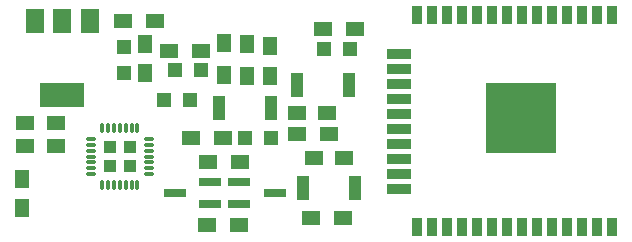
<source format=gbr>
G04 #@! TF.FileFunction,Paste,Top*
%FSLAX46Y46*%
G04 Gerber Fmt 4.6, Leading zero omitted, Abs format (unit mm)*
G04 Created by KiCad (PCBNEW 4.0.4-stable) date 02/18/17 15:09:55*
%MOMM*%
%LPD*%
G01*
G04 APERTURE LIST*
%ADD10C,0.100000*%
%ADD11R,1.900000X0.800000*%
%ADD12R,1.000000X2.000000*%
%ADD13O,0.850000X0.300000*%
%ADD14O,0.300000X0.850000*%
%ADD15R,1.005000X1.005000*%
%ADD16R,1.250000X1.500000*%
%ADD17R,1.500000X1.250000*%
%ADD18R,1.200000X1.200000*%
%ADD19R,1.500000X1.300000*%
%ADD20R,1.300000X1.500000*%
%ADD21R,3.800000X2.000000*%
%ADD22R,1.500000X2.000000*%
%ADD23R,0.900000X1.500000*%
%ADD24R,2.000000X0.900000*%
%ADD25R,6.000000X6.000000*%
G04 APERTURE END LIST*
D10*
D11*
X129500000Y-107050000D03*
X129500000Y-105150000D03*
X126500000Y-106100000D03*
D12*
X130220000Y-98860000D03*
X134620000Y-98860000D03*
D13*
X119390000Y-101500000D03*
X119390000Y-102000000D03*
X119390000Y-102500000D03*
X119390000Y-103000000D03*
X119390000Y-103500000D03*
X119390000Y-104000000D03*
X119390000Y-104500000D03*
D14*
X120340000Y-105450000D03*
X120840000Y-105450000D03*
X121340000Y-105450000D03*
X121840000Y-105450000D03*
X122340000Y-105450000D03*
X122840000Y-105450000D03*
X123340000Y-105450000D03*
D13*
X124290000Y-104500000D03*
X124290000Y-104000000D03*
X124290000Y-103500000D03*
X124290000Y-103000000D03*
X124290000Y-102500000D03*
X124290000Y-102000000D03*
X124290000Y-101500000D03*
D14*
X123340000Y-100550000D03*
X122840000Y-100550000D03*
X122340000Y-100550000D03*
X121840000Y-100550000D03*
X121340000Y-100550000D03*
X120840000Y-100550000D03*
X120340000Y-100550000D03*
D15*
X122677500Y-103837500D03*
X122677500Y-102162500D03*
X121002500Y-103837500D03*
X121002500Y-102162500D03*
D16*
X124000000Y-95960000D03*
X124000000Y-93460000D03*
X113600000Y-104880000D03*
X113600000Y-107380000D03*
D17*
X139380000Y-99330000D03*
X136880000Y-99330000D03*
D16*
X134590000Y-96180000D03*
X134590000Y-93680000D03*
D18*
X122210000Y-95940000D03*
X122210000Y-93740000D03*
X128750000Y-95710000D03*
X126550000Y-95710000D03*
X127770000Y-98200000D03*
X125570000Y-98200000D03*
X139100000Y-93900000D03*
X141300000Y-93900000D03*
X134610000Y-101420000D03*
X132410000Y-101420000D03*
D11*
X131970000Y-105130000D03*
X131970000Y-107030000D03*
X134970000Y-106080000D03*
D19*
X129330000Y-103430000D03*
X132030000Y-103430000D03*
X131960000Y-108770000D03*
X129260000Y-108770000D03*
X116480000Y-100170000D03*
X113780000Y-100170000D03*
X122140000Y-91550000D03*
X124840000Y-91550000D03*
X116480000Y-102110000D03*
X113780000Y-102110000D03*
X141750000Y-92200000D03*
X139050000Y-92200000D03*
X126050000Y-94040000D03*
X128750000Y-94040000D03*
D20*
X130630000Y-93420000D03*
X130630000Y-96120000D03*
D19*
X130560000Y-101420000D03*
X127860000Y-101420000D03*
X139550000Y-101120000D03*
X136850000Y-101120000D03*
X138055000Y-108185000D03*
X140755000Y-108185000D03*
D20*
X132640000Y-93490000D03*
X132640000Y-96190000D03*
D21*
X116980000Y-97820000D03*
D22*
X116980000Y-91520000D03*
X114680000Y-91520000D03*
X119280000Y-91520000D03*
D17*
X140795000Y-103165000D03*
X138295000Y-103165000D03*
D12*
X136880000Y-96970000D03*
X141280000Y-96970000D03*
X137347000Y-105659000D03*
X141747000Y-105659000D03*
D23*
X163490000Y-109000000D03*
X162220000Y-109000000D03*
X160950000Y-109000000D03*
X159680000Y-109000000D03*
X158410000Y-109000000D03*
X157140000Y-109000000D03*
X155870000Y-109000000D03*
X154600000Y-109000000D03*
X153330000Y-109000000D03*
X152060000Y-109000000D03*
X150790000Y-109000000D03*
X149520000Y-109000000D03*
X148250000Y-109000000D03*
X146980000Y-109000000D03*
D24*
X145490000Y-105715000D03*
X145490000Y-104445000D03*
X145490000Y-103175000D03*
X145490000Y-101905000D03*
X145490000Y-100635000D03*
X145490000Y-99365000D03*
X145490000Y-98095000D03*
X145490000Y-96825000D03*
X145490000Y-95555000D03*
X145490000Y-94285000D03*
D23*
X146980000Y-91000000D03*
X148250000Y-91000000D03*
X149520000Y-91000000D03*
X150790000Y-91000000D03*
X152060000Y-91000000D03*
X153330000Y-91000000D03*
X154600000Y-91000000D03*
X155870000Y-91000000D03*
X157140000Y-91000000D03*
X158410000Y-91000000D03*
X159680000Y-91000000D03*
X160950000Y-91000000D03*
X162220000Y-91000000D03*
X163490000Y-91000000D03*
D25*
X155790000Y-99700000D03*
M02*

</source>
